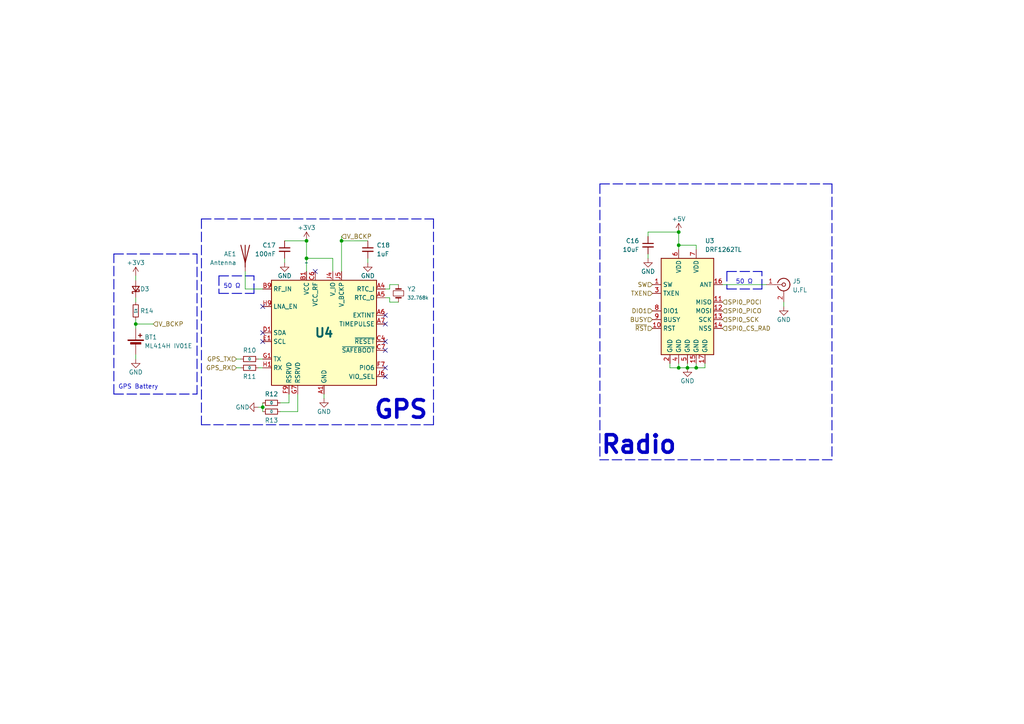
<source format=kicad_sch>
(kicad_sch (version 20230121) (generator eeschema)
  (paper "A4")
  (lib_symbols
    (symbol "Connector:Conn_Coaxial" (pin_names (offset 1.016) hide)
      (property "Reference" "J" (at 0.254 3.048 0))
      (property "Value" "Conn_Coaxial" (at 2.921 0 90))
      (symbol "Conn_Coaxial_0_1"
        (arc (start -1.778 -0.508) (mid 0.2311 -1.8066) (end 1.778 0) (stroke (width 0.254)))
        (polyline (pts (xy -2.54 0) (xy -0.508 0)))
        (polyline (pts (xy 0 -2.54) (xy 0 -1.778)))
        (circle (center 0 0) (radius 0.508) (stroke (width 0.2032)))
        (arc (start 1.778 0) (mid 0.2099 1.8101) (end -1.778 0.508) (stroke (width 0.254)))
      )
      (symbol "Conn_Coaxial_1_1"
        (pin passive line (at -5.08 0 0) (length 2.54) (name "In") (number "1"))
        (pin passive line (at 0 -5.08 90) (length 2.54) (name "Ext") (number "2"))
      )
    )
    (symbol "Device:Antenna" (pin_numbers hide) (pin_names (offset 1.016) hide)
      (property "Reference" "AE" (at -1.905 1.905 0))
      (property "Value" "Antenna" (at -1.905 0 0))
      (symbol "Antenna_0_1"
        (polyline (pts (xy 0 2.54) (xy 0 -3.81)) (stroke (width 0.254)))
        (polyline (pts (xy 1.27 2.54) (xy 0 -2.54) (xy -1.27 2.54)) (stroke (width 0.254)))
      )
      (symbol "Antenna_1_1"
        (pin input line (at 0 -5.08 90) (length 2.54) (name "A") (number "1"))
      )
    )
    (symbol "Device:Battery_Cell" (pin_numbers hide) (pin_names (offset 0) hide)
      (property "Reference" "BT" (at 2.54 2.54 0))
      (property "Value" "Battery_Cell" (at 2.54 0 0))
      (symbol "Battery_Cell_0_1"
        (rectangle (start -2.286 1.778) (end 2.286 1.524) (fill (type outline)))
        (rectangle (start -1.524 1.016) (end 1.524 0.508) (fill (type outline)))
        (polyline (pts (xy 0 0.762) (xy 0 0)))
        (polyline (pts (xy 0 1.778) (xy 0 2.54)))
        (polyline (pts (xy 0.762 3.048) (xy 1.778 3.048)) (stroke (width 0.254)))
        (polyline (pts (xy 1.27 3.556) (xy 1.27 2.54)) (stroke (width 0.254)))
      )
      (symbol "Battery_Cell_1_1"
        (pin passive line (at 0 5.08 270) (length 2.54) (name "+") (number "1"))
        (pin passive line (at 0 -2.54 90) (length 2.54) (name "-") (number "2"))
      )
    )
    (symbol "Device:C_Small" (pin_numbers hide) (pin_names (offset 0.254) hide)
      (property "Reference" "C" (at 0.254 1.778 0))
      (property "Value" "C_Small" (at 0.254 -2.032 0))
      (symbol "C_Small_0_1"
        (polyline (pts (xy -1.524 -0.508) (xy 1.524 -0.508)) (stroke (width 0.3302)))
        (polyline (pts (xy -1.524 0.508) (xy 1.524 0.508)) (stroke (width 0.3048)))
      )
      (symbol "C_Small_1_1"
        (pin passive line (at 0 2.54 270) (length 2.032) (name "~") (number "1"))
        (pin passive line (at 0 -2.54 90) (length 2.032) (name "~") (number "2"))
      )
    )
    (symbol "Device:Crystal_Small" (pin_numbers hide) (pin_names (offset 1.016) hide)
      (property "Reference" "Y" (at 0 2.54 0))
      (property "Value" "Crystal_Small" (at 0 -2.54 0))
      (symbol "Crystal_Small_0_1"
        (rectangle (start -0.762 -1.524) (end 0.762 1.524))
        (polyline (pts (xy -1.27 -0.762) (xy -1.27 0.762)) (stroke (width 0.381)))
        (polyline (pts (xy 1.27 -0.762) (xy 1.27 0.762)) (stroke (width 0.381)))
      )
      (symbol "Crystal_Small_1_1"
        (pin passive line (at -2.54 0 0) (length 1.27) (name "1") (number "1"))
        (pin passive line (at 2.54 0 180) (length 1.27) (name "2") (number "2"))
      )
    )
    (symbol "Device:D_Schottky_Small" (pin_numbers hide) (pin_names (offset 0.254) hide)
      (property "Reference" "D" (at -1.27 2.032 0))
      (property "Value" "D_Schottky_Small" (at -7.112 -2.032 0))
      (symbol "D_Schottky_Small_0_1"
        (polyline (pts (xy -0.762 0) (xy 0.762 0)))
        (polyline (pts (xy 0.762 -1.016) (xy -0.762 0) (xy 0.762 1.016) (xy 0.762 -1.016)) (stroke (width 0.254)))
        (polyline (pts (xy -1.27 0.762) (xy -1.27 1.016) (xy -0.762 1.016) (xy -0.762 -1.016) (xy -0.254 -1.016) (xy -0.254 -0.762)) (stroke (width 0.254)))
      )
      (symbol "D_Schottky_Small_1_1"
        (pin passive line (at -2.54 0 0) (length 1.778) (name "K") (number "1"))
        (pin passive line (at 2.54 0 180) (length 1.778) (name "A") (number "2"))
      )
    )
    (symbol "Device:R_Small" (pin_numbers hide) (pin_names (offset 0.254) hide)
      (property "Reference" "R" (at 0.762 0.508 0))
      (property "Value" "R_Small" (at 0.762 -1.016 0))
      (symbol "R_Small_0_1"
        (rectangle (start -0.762 1.778) (end 0.762 -1.778) (stroke (width 0.2032)))
      )
      (symbol "R_Small_1_1"
        (pin passive line (at 0 2.54 270) (length 0.762) (name "~") (number "1"))
        (pin passive line (at 0 -2.54 90) (length 0.762) (name "~") (number "2"))
      )
    )
    (symbol "GND_13" (power) (pin_names (offset 0))
      (property "Value" "GND_13" (at 0 -3.81 0))
      (symbol "GND_13_0_1"
        (polyline (pts (xy 0 0) (xy 0 -1.27) (xy 1.27 -1.27) (xy 0 -2.54) (xy -1.27 -1.27) (xy 0 -1.27)))
      )
      (symbol "GND_13_1_1"
        (pin power_in line (at 0 0 270) (length 0) hide (name "GND") (number "1"))
      )
    )
    (symbol "GND_14" (power) (pin_names (offset 0))
      (property "Value" "GND_14" (at 0 -3.81 0))
      (symbol "GND_14_0_1"
        (polyline (pts (xy 0 0) (xy 0 -1.27) (xy 1.27 -1.27) (xy 0 -2.54) (xy -1.27 -1.27) (xy 0 -1.27)))
      )
      (symbol "GND_14_1_1"
        (pin power_in line (at 0 0 270) (length 0) hide (name "GND") (number "1"))
      )
    )
    (symbol "GND_19" (power) (pin_names (offset 0))
      (property "Value" "GND_19" (at 0 -3.81 0))
      (symbol "GND_19_0_1"
        (polyline (pts (xy 0 0) (xy 0 -1.27) (xy 1.27 -1.27) (xy 0 -2.54) (xy -1.27 -1.27) (xy 0 -1.27)))
      )
      (symbol "GND_19_1_1"
        (pin power_in line (at 0 0 270) (length 0) hide (name "GND") (number "1"))
      )
    )
    (symbol "GND_2" (power) (pin_names (offset 0))
      (property "Value" "GND_2" (at 0 -3.81 0))
      (symbol "GND_2_0_1"
        (polyline (pts (xy 0 0) (xy 0 -1.27) (xy 1.27 -1.27) (xy 0 -2.54) (xy -1.27 -1.27) (xy 0 -1.27)))
      )
      (symbol "GND_2_1_1"
        (pin power_in line (at 0 0 270) (length 0) hide (name "GND") (number "1"))
      )
    )
    (symbol "GND_20" (power) (pin_names (offset 0))
      (property "Value" "GND_20" (at 0 -3.81 0))
      (symbol "GND_20_0_1"
        (polyline (pts (xy 0 0) (xy 0 -1.27) (xy 1.27 -1.27) (xy 0 -2.54) (xy -1.27 -1.27) (xy 0 -1.27)))
      )
      (symbol "GND_20_1_1"
        (pin power_in line (at 0 0 270) (length 0) hide (name "GND") (number "1"))
      )
    )
    (symbol "GND_21" (power) (pin_names (offset 0))
      (property "Value" "GND_21" (at 0 -3.81 0))
      (symbol "GND_21_0_1"
        (polyline (pts (xy 0 0) (xy 0 -1.27) (xy 1.27 -1.27) (xy 0 -2.54) (xy -1.27 -1.27) (xy 0 -1.27)))
      )
      (symbol "GND_21_1_1"
        (pin power_in line (at 0 0 270) (length 0) hide (name "GND") (number "1"))
      )
    )
    (symbol "GND_22" (power) (pin_names (offset 0))
      (property "Value" "GND_22" (at 0 -3.81 0))
      (symbol "GND_22_0_1"
        (polyline (pts (xy 0 0) (xy 0 -1.27) (xy 1.27 -1.27) (xy 0 -2.54) (xy -1.27 -1.27) (xy 0 -1.27)))
      )
      (symbol "GND_22_1_1"
        (pin power_in line (at 0 0 270) (length 0) hide (name "GND") (number "1"))
      )
    )
    (symbol "Rudolph_Lib:DRF1262TL"
      (property "Reference" "U8" (at 5.08 15.24 0))
      (property "Value" "DRF1262TL" (at 5.08 12.7 0))
      (symbol "DRF1262TL_1_1"
        (rectangle (start -7.62 10.16) (end 7.62 -17.78) (stroke (width 0.254)) (fill (type background)))
        (pin input line (at -10.16 2.54 0) (length 2.54) (name "SW") (number "1"))
        (pin input line (at -10.16 -10.16 0) (length 2.54) (name "RST") (number "10"))
        (pin output line (at 10.16 -2.54 180) (length 2.54) (name "MISO") (number "11"))
        (pin input line (at 10.16 -5.08 180) (length 2.54) (name "MOSI") (number "12"))
        (pin input line (at 10.16 -7.62 180) (length 2.54) (name "SCK") (number "13"))
        (pin input line (at 10.16 -10.16 180) (length 2.54) (name "NSS") (number "14"))
        (pin unspecified line (at 2.54 -20.32 90) (length 2.54) (name "GND") (number "15"))
        (pin bidirectional line (at 10.16 2.54 180) (length 2.54) (name "ANT") (number "16"))
        (pin unspecified line (at 5.08 -20.32 90) (length 2.54) (name "GND") (number "17"))
        (pin unspecified line (at -5.08 -20.32 90) (length 2.54) (name "GND") (number "2"))
        (pin input line (at -10.16 0 0) (length 2.54) (name "TXEN") (number "3"))
        (pin unspecified line (at -2.54 -20.32 90) (length 2.54) (name "GND") (number "4"))
        (pin unspecified line (at 0 -20.32 90) (length 2.54) (name "GND") (number "5"))
        (pin power_in line (at -2.54 12.7 270) (length 2.54) (name "VDD") (number "6"))
        (pin power_in line (at 2.54 12.7 270) (length 2.54) (name "VDD") (number "7"))
        (pin bidirectional line (at -10.16 -5.08 0) (length 2.54) (name "DIO1") (number "8"))
        (pin bidirectional line (at -10.16 -7.62 0) (length 2.54) (name "BUSY") (number "9"))
      )
    )
    (symbol "Terminator_Lib:MIA-M10Q"
      (property "Reference" "U" (at 0 30.48 0))
      (symbol "MIA-M10Q_1_1"
        (rectangle (start -15.24 15.24) (end 15.24 -15.24) (stroke (width 0.254)) (fill (type background)))
        (pin unspecified line (at 0 -17.78 90) (length 2.54) (name "GND") (number "A1"))
        (pin unspecified line (at 0 -17.78 90) (length 2.54) hide (name "GND") (number "A2"))
        (pin unspecified line (at 0 -17.78 90) (length 2.54) hide (name "GND") (number "A3"))
        (pin input line (at 17.78 12.7 180) (length 2.54) (name "RTC_I") (number "A4"))
        (pin output line (at 17.78 10.16 180) (length 2.54) (name "RTC_O") (number "A5"))
        (pin input line (at 17.78 5.08 180) (length 2.54) (name "EXTINT") (number "A6"))
        (pin output line (at 17.78 2.54 180) (length 2.54) (name "TIMEPULSE") (number "A7"))
        (pin unspecified line (at 0 -17.78 90) (length 2.54) hide (name "GND") (number "A8"))
        (pin unspecified line (at 0 -17.78 90) (length 2.54) hide (name "GND") (number "A9"))
        (pin power_in line (at -5.08 17.78 270) (length 2.54) (name "VCC") (number "B1"))
        (pin unspecified line (at 0 -17.78 90) (length 2.54) hide (name "GND") (number "B2"))
        (pin unspecified line (at 0 -17.78 90) (length 2.54) hide (name "GND") (number "B8"))
        (pin input line (at -17.78 12.7 0) (length 2.54) (name "RF_IN") (number "B9"))
        (pin unspecified line (at 0 -17.78 90) (length 2.54) hide (name "GND") (number "C3"))
        (pin unspecified line (at 17.78 -2.54 180) (length 2.54) (name "~{RESET}") (number "C4"))
        (pin power_in line (at -2.54 17.78 270) (length 2.54) (name "VCC_RF") (number "C6"))
        (pin input line (at 17.78 -5.08 180) (length 2.54) (name "~{SAFEBOOT}") (number "C7"))
        (pin unspecified line (at 0 -17.78 90) (length 2.54) hide (name "GND") (number "C9"))
        (pin bidirectional line (at -17.78 0 0) (length 2.54) (name "SDA") (number "D1"))
        (pin input line (at -17.78 -2.54 0) (length 2.54) (name "SCL") (number "E1"))
        (pin unspecified line (at 0 -17.78 90) (length 2.54) hide (name "GND") (number "E3"))
        (pin unspecified line (at 0 -17.78 90) (length 2.54) hide (name "GND") (number "E4"))
        (pin unspecified line (at 0 -17.78 90) (length 2.54) hide (name "GND") (number "E9"))
        (pin unspecified line (at 0 -17.78 90) (length 2.54) hide (name "GND") (number "F1"))
        (pin unspecified line (at 0 -17.78 90) (length 2.54) hide (name "GND") (number "F3"))
        (pin unspecified line (at 0 -17.78 90) (length 2.54) hide (name "GND") (number "F4"))
        (pin unspecified line (at 17.78 -10.16 180) (length 2.54) (name "PIO6") (number "F7"))
        (pin unspecified line (at -10.16 -17.78 90) (length 2.54) (name "RSRVD") (number "F9"))
        (pin output line (at -17.78 -7.62 0) (length 2.54) (name "TX") (number "G1"))
        (pin unspecified line (at 0 -17.78 90) (length 2.54) hide (name "GND") (number "G3"))
        (pin unspecified line (at 0 -17.78 90) (length 2.54) hide (name "GND") (number "G4"))
        (pin unspecified line (at 0 -17.78 90) (length 2.54) hide (name "GND") (number "G5"))
        (pin unspecified line (at 0 -17.78 90) (length 2.54) hide (name "GND") (number "G6"))
        (pin unspecified line (at -7.62 -17.78 90) (length 2.54) (name "RSRVD") (number "G7"))
        (pin input line (at -17.78 -10.16 0) (length 2.54) (name "RX") (number "H1"))
        (pin unspecified line (at 0 -17.78 90) (length 2.54) hide (name "GND") (number "H8"))
        (pin unspecified line (at -17.78 7.62 0) (length 2.54) (name "LNA_EN") (number "H9"))
        (pin power_in line (at 2.54 17.78 270) (length 2.54) (name "V_IO") (number "J4"))
        (pin power_in line (at 5.08 17.78 270) (length 2.54) (name "V_BCKP") (number "J5"))
        (pin unspecified line (at 17.78 -12.7 180) (length 2.54) (name "VIO_SEL") (number "J6"))
        (pin unspecified line (at 0 -17.78 90) (length 2.54) hide (name "GND") (number "J8"))
        (pin unspecified line (at 0 -17.78 90) (length 2.54) hide (name "GND") (number "J9"))
      )
    )
    (symbol "power:+3V3" (power) (pin_names (offset 0))
      (property "Value" "+3V3" (at 0 3.556 0))
      (symbol "+3V3_0_1"
        (polyline (pts (xy -0.762 1.27) (xy 0 2.54)))
        (polyline (pts (xy 0 0) (xy 0 2.54)))
        (polyline (pts (xy 0 2.54) (xy 0.762 1.27)))
      )
      (symbol "+3V3_1_1"
        (pin power_in line (at 0 0 90) (length 0) hide (name "+3V3") (number "1"))
      )
    )
    (symbol "power:+5V" (power) (pin_names (offset 0))
      (property "Value" "+5V" (at 0 3.556 0))
      (symbol "+5V_0_1"
        (polyline (pts (xy -0.762 1.27) (xy 0 2.54)))
        (polyline (pts (xy 0 0) (xy 0 2.54)))
        (polyline (pts (xy 0 2.54) (xy 0.762 1.27)))
      )
      (symbol "+5V_1_1"
        (pin power_in line (at 0 0 90) (length 0) hide (name "+5V") (number "1"))
      )
    )
  )
  (junction (at 196.85 67.31))
  (junction (at 76.2 118.11))
  (junction (at 99.06 69.85))
  (junction (at 201.93 106.68))
  (junction (at 88.9 74.93))
  (junction (at 88.9 69.85))
  (junction (at 199.39 106.68))
  (junction (at 39.37 93.98))
  (junction (at 196.85 71.12))
  (junction (at 196.85 106.68))
  (no_connect (at 111.76 101.6))
  (no_connect (at 76.2 96.52))
  (no_connect (at 76.2 99.06))
  (no_connect (at 111.76 99.06))
  (no_connect (at 111.76 93.98))
  (no_connect (at 111.76 106.68))
  (no_connect (at 91.44 78.74))
  (no_connect (at 111.76 91.44))
  (no_connect (at 76.2 88.9))
  (no_connect (at 111.76 109.22))
  (wire (pts (xy 201.93 106.68) (xy 201.93 105.41)))
  (wire (pts (xy 187.96 68.58) (xy 187.96 67.31)))
  (wire (pts (xy 196.85 71.12) (xy 196.85 72.39)))
  (wire (pts (xy 81.28 119.38) (xy 86.36 119.38)))
  (wire (pts (xy 199.39 106.68) (xy 201.93 106.68)))
  (wire (pts (xy 74.93 106.68) (xy 76.2 106.68)))
  (wire (pts (xy 113.03 82.55) (xy 115.57 82.55)))
  (wire (pts (xy 196.85 106.68) (xy 194.31 106.68)))
  (wire (pts (xy 201.93 106.68) (xy 204.47 106.68)))
  (wire (pts (xy 76.2 116.84) (xy 76.2 118.11)))
  (wire (pts (xy 71.12 83.82) (xy 76.2 83.82)))
  (wire (pts (xy 111.76 83.82) (xy 113.03 83.82)))
  (polyline (pts (xy 57.15 73.66) (xy 57.15 114.3)) (stroke (width 0.254) (type dash)))
  (wire (pts (xy 113.03 83.82) (xy 113.03 82.55)))
  (wire (pts (xy 196.85 71.12) (xy 201.93 71.12)))
  (wire (pts (xy 199.39 105.41) (xy 199.39 106.68)))
  (wire (pts (xy 81.28 116.84) (xy 83.82 116.84)))
  (wire (pts (xy 93.98 114.3) (xy 93.98 115.57)))
  (polyline (pts (xy 220.98 83.82) (xy 220.98 78.74)) (stroke (width 0.254) (type dash)))
  (wire (pts (xy 113.03 87.63) (xy 115.57 87.63)))
  (wire (pts (xy 71.12 78.74) (xy 71.12 83.82)))
  (polyline (pts (xy 58.42 63.5) (xy 58.42 123.19)) (stroke (width 0.254) (type dash)))
  (wire (pts (xy 82.55 69.85) (xy 88.9 69.85)))
  (wire (pts (xy 96.52 78.74) (xy 96.52 74.93)))
  (polyline (pts (xy 63.5 80.01) (xy 73.66 80.01)) (stroke (width 0.254) (type dash)))
  (wire (pts (xy 39.37 92.71) (xy 39.37 93.98)))
  (wire (pts (xy 39.37 102.87) (xy 39.37 104.14)))
  (polyline (pts (xy 173.99 53.34) (xy 173.99 133.35)) (stroke (width 0.254) (type dash)))
  (wire (pts (xy 99.06 68.58) (xy 99.06 69.85)))
  (polyline (pts (xy 210.82 78.74) (xy 210.82 83.82)) (stroke (width 0.254) (type dash)))
  (wire (pts (xy 74.93 104.14) (xy 76.2 104.14)))
  (wire (pts (xy 86.36 119.38) (xy 86.36 114.3)))
  (wire (pts (xy 187.96 73.66) (xy 187.96 74.93)))
  (wire (pts (xy 187.96 67.31) (xy 196.85 67.31)))
  (wire (pts (xy 83.82 116.84) (xy 83.82 114.3)))
  (polyline (pts (xy 241.3 53.34) (xy 241.3 133.35)) (stroke (width 0.254) (type dash)))
  (wire (pts (xy 227.33 87.63) (xy 227.33 88.9)))
  (wire (pts (xy 88.9 69.85) (xy 88.9 74.93)))
  (wire (pts (xy 201.93 71.12) (xy 201.93 72.39)))
  (polyline (pts (xy 58.42 63.5) (xy 125.73 63.5)) (stroke (width 0.254) (type dash)))
  (polyline (pts (xy 63.5 85.09) (xy 73.66 85.09)) (stroke (width 0.254) (type dash)))
  (wire (pts (xy 68.58 104.14) (xy 69.85 104.14)))
  (wire (pts (xy 204.47 106.68) (xy 204.47 105.41)))
  (polyline (pts (xy 241.3 133.35) (xy 173.99 133.35)) (stroke (width 0.254) (type dash)))
  (wire (pts (xy 106.68 74.93) (xy 106.68 76.2)))
  (wire (pts (xy 82.55 74.93) (xy 82.55 76.2)))
  (polyline (pts (xy 210.82 78.74) (xy 220.98 78.74)) (stroke (width 0.254) (type dash)))
  (wire (pts (xy 76.2 118.11) (xy 76.2 119.38)))
  (wire (pts (xy 68.58 106.68) (xy 69.85 106.68)))
  (wire (pts (xy 194.31 106.68) (xy 194.31 105.41)))
  (polyline (pts (xy 33.02 114.3) (xy 57.15 114.3)) (stroke (width 0.254) (type dash)))
  (polyline (pts (xy 173.99 53.34) (xy 241.3 53.34)) (stroke (width 0.254) (type dash)))
  (wire (pts (xy 99.06 69.85) (xy 106.68 69.85)))
  (wire (pts (xy 88.9 74.93) (xy 88.9 78.74)))
  (wire (pts (xy 199.39 106.68) (xy 196.85 106.68)))
  (polyline (pts (xy 125.73 63.5) (xy 125.73 123.19)) (stroke (width 0.254) (type dash)))
  (wire (pts (xy 209.55 82.55) (xy 222.25 82.55)))
  (wire (pts (xy 111.76 86.36) (xy 113.03 86.36)))
  (wire (pts (xy 76.2 118.11) (xy 74.93 118.11)))
  (wire (pts (xy 113.03 86.36) (xy 113.03 87.63)))
  (wire (pts (xy 39.37 93.98) (xy 44.45 93.98)))
  (wire (pts (xy 39.37 86.36) (xy 39.37 87.63)))
  (polyline (pts (xy 210.82 83.82) (xy 220.98 83.82)) (stroke (width 0.254) (type dash)))
  (polyline (pts (xy 63.5 80.01) (xy 63.5 85.09)) (stroke (width 0.254) (type dash)))
  (polyline (pts (xy 125.73 123.19) (xy 58.42 123.19)) (stroke (width 0.254) (type dash)))
  (wire (pts (xy 39.37 80.01) (xy 39.37 81.28)))
  (polyline (pts (xy 33.02 114.3) (xy 33.02 73.66)) (stroke (width 0.254) (type dash)))
  (wire (pts (xy 196.85 67.31) (xy 196.85 71.12)))
  (polyline (pts (xy 73.66 85.09) (xy 73.66 80.01)) (stroke (width 0.254) (type dash)))
  (wire (pts (xy 196.85 105.41) (xy 196.85 106.68)))
  (polyline (pts (xy 33.02 73.66) (xy 57.15 73.66)) (stroke (width 0.254) (type dash)))
  (wire (pts (xy 39.37 93.98) (xy 39.37 95.25)))
  (wire (pts (xy 99.06 69.85) (xy 99.06 78.74)))
  (wire (pts (xy 88.9 74.93) (xy 96.52 74.93)))
  (text "50 Ω" (at 64.77 83.82 0) (effects (font (size 1.27 1.27)) (justify left bottom)))
  (text "GPS" (at 124.46 121.92 0) (effects (font (size 5.08 5.08) (thickness 1.016) bold) (justify right bottom)))
  (text "50 Ω" (at 213.36 82.55 0) (effects (font (size 1.27 1.27)) (justify left bottom)))
  (text "GPS Battery" (at 34.29 113.03 0) (effects (font (size 1.27 1.27)) (justify left bottom)))
  (text "Radio" (at 173.99 132.08 0) (effects (font (size 5.08 5.08) (thickness 1.016) bold) (justify left bottom)))
  (hierarchical_label "SW" (shape input) (at 189.23 82.55 180))
  (hierarchical_label "SPI0_SCK" (shape input) (at 209.55 92.71 0))
  (hierarchical_label "SPI0_CS_RAD" (shape input) (at 209.55 95.25 0))
  (hierarchical_label "BUSY" (shape input) (at 189.23 92.71 180))
  (hierarchical_label "V_BCKP" (shape input) (at 44.45 93.98 0))
  (hierarchical_label "SPI0_PICO" (shape input) (at 209.55 90.17 0))
  (hierarchical_label "SPI0_POCI" (shape input) (at 209.55 87.63 0))
  (hierarchical_label "TXEN" (shape input) (at 189.23 85.09 180))
  (hierarchical_label "GPS_TX" (shape input) (at 68.58 104.14 180))
  (hierarchical_label "~{RST}" (shape input) (at 189.23 95.25 180))
  (hierarchical_label "V_BCKP" (shape input) (at 99.06 68.58 0))
  (hierarchical_label "GPS_RX" (shape input) (at 68.58 106.68 180))
  (hierarchical_label "DIO1" (shape input) (at 189.23 90.17 180))
  (symbol (lib_id "power:+5V") (at 196.85 67.31 0) (unit 1)
    (property "Reference" "#PWR032" (effects hide))
    (property "Value" "+5V" (at 196.85 63.5 0))
  )
  (symbol (lib_id "Device:R_Small") (at 78.74 119.38 270) (unit 1)
    (property "Reference" "R13" (at 78.74 121.92 90))
    (property "Value" "0" (at 78.74 119.38 90) (effects (font (size 0.8 0.8))))
    (property "Footprint" "Resistor_SMD:R_0402_1005Metric" (effects hide))
  )
  (symbol (lib_id "Device:R_Small") (at 72.39 104.14 90) (unit 1)
    (property "Reference" "R10" (at 72.39 101.6 90))
    (property "Value" "0" (at 72.39 104.14 90) (effects (font (size 0.8 0.8))))
    (property "Footprint" "Resistor_SMD:R_0402_1005Metric" (effects hide))
  )
  (symbol (lib_id "Device:C_Small") (at 187.96 71.12 0) (unit 1)
    (property "Reference" "C16" (at 185.42 69.8563 0) (effects (justify right)))
    (property "Value" "10uF" (at 185.42 72.3963 0) (effects (justify right)))
    (property "Footprint" "Capacitor_SMD:C_0603_1608Metric" (effects hide))
  )
  (symbol (lib_id "Connector:Conn_Coaxial") (at 227.33 82.55 0) (unit 1)
    (property "Reference" "J5" (at 229.87 81.5732 0) (effects (justify left)))
    (property "Value" "U.FL" (at 229.87 84.1132 0) (effects (justify left)))
    (property "Footprint" "Connector_Coaxial:U.FL_Molex_MCRF_73412-0110_Vertical" (effects hide))
    (property "Datasheet" " ~" (effects hide))
  )
  (symbol (lib_name "GND_21") (lib_id "power:GND") (at 82.55 76.2 0) (unit 1)
    (property "Reference" "#PWR033" (effects hide))
    (property "Value" "GND" (at 82.55 80.01 0))
  )
  (symbol (lib_id "Device:R_Small") (at 72.39 106.68 90) (unit 1)
    (property "Reference" "R11" (at 72.39 109.22 90))
    (property "Value" "0" (at 72.39 106.68 90) (effects (font (size 0.8 0.8))))
    (property "Footprint" "Resistor_SMD:R_0402_1005Metric" (effects hide))
  )
  (symbol (lib_name "GND_22") (lib_id "power:GND") (at 39.37 104.14 0) (unit 1)
    (property "Reference" "#PWR040" (effects hide))
    (property "Value" "GND" (at 39.37 107.95 0))
  )
  (symbol (lib_id "Device:D_Schottky_Small") (at 39.37 83.82 90) (unit 1)
    (property "Reference" "D3" (at 40.64 83.82 90) (effects (justify right)))
    (property "Value" "NSR0530HT1G" (effects hide))
    (property "Footprint" "Diode_SMD:D_SOD-323_HandSoldering" (effects hide))
    (property "Datasheet" "https://www.onsemi.com/pdf/datasheet/nsr0530h-d.pdf" (effects hide))
  )
  (symbol (lib_id "power:+3V3") (at 39.37 80.01 0) (unit 1)
    (property "Reference" "#PWR039" (effects hide))
    (property "Value" "+3V3" (at 39.37 76.2 0))
  )
  (symbol (lib_name "GND_20") (lib_id "power:GND") (at 74.93 118.11 270) (unit 1)
    (property "Reference" "#PWR031" (effects hide))
    (property "Value" "GND" (at 72.39 118.11 90) (effects (justify right)))
  )
  (symbol (lib_id "Rudolph_Lib:DRF1262TL") (at 199.39 85.09 0) (unit 1)
    (property "Reference" "U3" (at 204.47 69.85 0) (effects (justify left)))
    (property "Value" "DRF1262TL" (at 204.47 72.39 0) (effects (justify left)))
    (property "Footprint" "Rudolph_Lib:DRF1262TL" (effects hide))
  )
  (symbol (lib_name "GND_22") (lib_id "power:GND") (at 106.68 76.2 0) (unit 1)
    (property "Reference" "#PWR037" (effects hide))
    (property "Value" "GND" (at 106.68 80.01 0))
  )
  (symbol (lib_id "Device:R_Small") (at 39.37 90.17 0) (unit 1)
    (property "Reference" "R14" (at 40.64 90.17 0) (effects (justify left)))
    (property "Value" "1k" (at 39.37 90.17 90) (effects (font (size 0.8 0.8))))
    (property "Footprint" "Resistor_SMD:R_0603_1608Metric" (effects hide))
  )
  (symbol (lib_id "power:+3V3") (at 88.9 69.85 0) (unit 1)
    (property "Reference" "#PWR035" (effects hide))
    (property "Value" "+3V3" (at 88.9 66.04 0))
  )
  (symbol (lib_id "Device:Battery_Cell") (at 39.37 100.33 0) (unit 1)
    (property "Reference" "BT1" (at 41.91 97.79 0) (effects (justify left)))
    (property "Value" "ML414H IV01E" (at 41.91 100.33 0) (effects (justify left)))
    (property "Footprint" "Rudolph_Lib:SEIKO_ML414H_IV01E" (effects hide))
    (property "Datasheet" "https://mm.digikey.com/Volume0/opasdata/d220001/medias/docus/1148/ML414H_E.pdf" (effects hide))
  )
  (symbol (lib_name "GND_14") (lib_id "power:GND") (at 199.39 106.68 0) (unit 1)
    (property "Reference" "#PWR034" (effects hide))
    (property "Value" "GND" (at 199.39 110.49 0))
  )
  (symbol (lib_id "Device:R_Small") (at 78.74 116.84 270) (unit 1)
    (property "Reference" "R12" (at 78.74 114.3 90))
    (property "Value" "0" (at 78.74 116.84 90) (effects (font (size 0.8 0.8))))
    (property "Footprint" "Resistor_SMD:R_0402_1005Metric" (effects hide))
  )
  (symbol (lib_id "Device:Antenna") (at 71.12 73.66 0) (mirror y) (unit 1)
    (property "Reference" "AE1" (at 68.58 73.66 0) (effects (justify left)))
    (property "Value" "Antenna" (at 68.58 76.2 0) (effects (justify left)))
    (property "Footprint" "Rudolph_Lib:ANT_1575AT_JOT-M" (effects hide))
  )
  (symbol (lib_name "GND_2") (lib_id "power:GND") (at 227.33 88.9 0) (unit 1)
    (property "Reference" "#PWR038" (effects hide))
    (property "Value" "GND" (at 227.33 92.71 0))
  )
  (symbol (lib_id "Device:C_Small") (at 82.55 72.39 0) (mirror y) (unit 1)
    (property "Reference" "C17" (at 80.01 71.1263 0) (effects (justify left)))
    (property "Value" "100nF" (at 80.01 73.6663 0) (effects (justify left)))
    (property "Footprint" "Capacitor_SMD:C_0603_1608Metric" (effects hide))
  )
  (symbol (lib_id "Device:Crystal_Small") (at 115.57 85.09 90) (unit 1)
    (property "Reference" "Y2" (at 118.11 83.82 90) (effects (justify right)))
    (property "Value" "32.768k" (at 118.11 86.36 90) (effects (font (size 1 1)) (justify right)))
    (property "Footprint" "Crystal:Crystal_SMD_3215-2Pin_3.2x1.5mm" (effects hide))
  )
  (symbol (lib_name "GND_19") (lib_id "power:GND") (at 93.98 115.57 0) (unit 1)
    (property "Reference" "#PWR036" (effects hide))
    (property "Value" "GND" (at 93.98 119.38 0))
  )
  (symbol (lib_name "GND_13") (lib_id "power:GND") (at 187.96 74.93 0) (unit 1)
    (property "Reference" "#PWR030" (effects hide))
    (property "Value" "GND" (at 187.96 78.74 0))
  )
  (symbol (lib_id "Terminator_Lib:MIA-M10Q") (at 93.98 96.52 0) (unit 1)
    (property "Reference" "U4" (at 93.98 96.52 0) (effects (font (size 2.54 2.54) bold)))
    (property "Value" "~" (at 88.9 76.2 0))
    (property "Footprint" "Rudolph_Lib:MIA-M10Q" (effects hide))
  )
  (symbol (lib_id "Device:C_Small") (at 106.68 72.39 0) (unit 1)
    (property "Reference" "C18" (at 109.22 71.1263 0) (effects (justify left)))
    (property "Value" "1uF" (at 109.22 73.6663 0) (effects (justify left)))
    (property "Footprint" "PCM_Resistor_SMD_AKL:R_0603_1608Metric_Pad0.98x0.95mm_HandSolder" (effects hide))
  )
)
</source>
